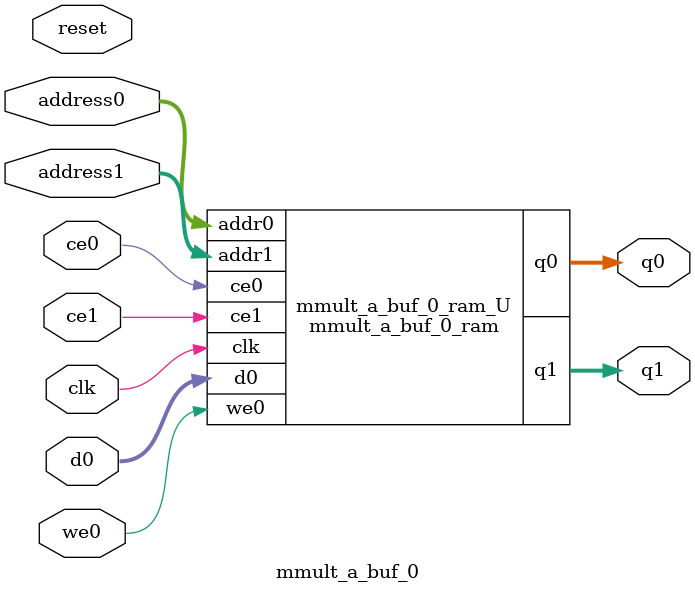
<source format=v>

`timescale 1 ns / 1 ps
module mmult_a_buf_0_ram (addr0, ce0, d0, we0, q0, addr1, ce1, q1,  clk);

parameter DWIDTH = 32;
parameter AWIDTH = 6;
parameter MEM_SIZE = 64;

input[AWIDTH-1:0] addr0;
input ce0;
input[DWIDTH-1:0] d0;
input we0;
output reg[DWIDTH-1:0] q0;
input[AWIDTH-1:0] addr1;
input ce1;
output reg[DWIDTH-1:0] q1;
input clk;

(* ram_style = "block" *)reg [DWIDTH-1:0] ram[MEM_SIZE-1:0];




always @(posedge clk)  
begin 
    if (ce0) 
    begin
        if (we0) 
        begin 
            ram[addr0] <= d0; 
            q0 <= d0;
        end 
        else 
            q0 <= ram[addr0];
    end
end


always @(posedge clk)  
begin 
    if (ce1) 
    begin
            q1 <= ram[addr1];
    end
end


endmodule


`timescale 1 ns / 1 ps
module mmult_a_buf_0(
    reset,
    clk,
    address0,
    ce0,
    we0,
    d0,
    q0,
    address1,
    ce1,
    q1);

parameter DataWidth = 32'd32;
parameter AddressRange = 32'd64;
parameter AddressWidth = 32'd6;
input reset;
input clk;
input[AddressWidth - 1:0] address0;
input ce0;
input we0;
input[DataWidth - 1:0] d0;
output[DataWidth - 1:0] q0;
input[AddressWidth - 1:0] address1;
input ce1;
output[DataWidth - 1:0] q1;



mmult_a_buf_0_ram mmult_a_buf_0_ram_U(
    .clk( clk ),
    .addr0( address0 ),
    .ce0( ce0 ),
    .d0( d0 ),
    .we0( we0 ),
    .q0( q0 ),
    .addr1( address1 ),
    .ce1( ce1 ),
    .q1( q1 ));

endmodule


</source>
